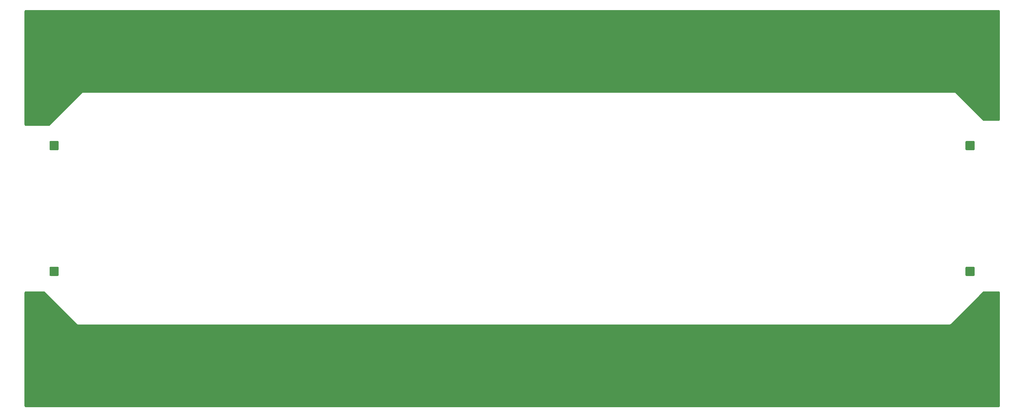
<source format=gtl>
%TF.GenerationSoftware,KiCad,Pcbnew,(5.1.9-0-10_14)*%
%TF.CreationDate,2022-11-18T02:47:43-05:00*%
%TF.ProjectId,5AhG3-18S,35416847-332d-4313-9853-2e6b69636164,rev?*%
%TF.SameCoordinates,Original*%
%TF.FileFunction,Copper,L1,Top*%
%TF.FilePolarity,Positive*%
%FSLAX46Y46*%
G04 Gerber Fmt 4.6, Leading zero omitted, Abs format (unit mm)*
G04 Created by KiCad (PCBNEW (5.1.9-0-10_14)) date 2022-11-18 02:47:43*
%MOMM*%
%LPD*%
G01*
G04 APERTURE LIST*
%TA.AperFunction,NonConductor*%
%ADD10C,0.254000*%
%TD*%
%TA.AperFunction,NonConductor*%
%ADD11C,0.100000*%
%TD*%
G04 APERTURE END LIST*
%TO.P,H1,1*%
%TO.N,/HVDC_POS*%
%TA.AperFunction,ComponentPad*%
G36*
G01*
X359125000Y-118125002D02*
X359125000Y-115874998D01*
G75*
G02*
X359374998Y-115625000I249998J0D01*
G01*
X361625002Y-115625000D01*
G75*
G02*
X361875000Y-115874998I0J-249998D01*
G01*
X361875000Y-118125002D01*
G75*
G02*
X361625002Y-118375000I-249998J0D01*
G01*
X359374998Y-118375000D01*
G75*
G02*
X359125000Y-118125002I0J249998D01*
G01*
G37*
%TD.AperFunction*%
%TD*%
%TO.P,H2,1*%
%TO.N,/HVDC_NEG*%
%TA.AperFunction,ComponentPad*%
G36*
G01*
X359125000Y-156125002D02*
X359125000Y-153874998D01*
G75*
G02*
X359374998Y-153625000I249998J0D01*
G01*
X361625002Y-153625000D01*
G75*
G02*
X361875000Y-153874998I0J-249998D01*
G01*
X361875000Y-156125002D01*
G75*
G02*
X361625002Y-156375000I-249998J0D01*
G01*
X359374998Y-156375000D01*
G75*
G02*
X359125000Y-156125002I0J249998D01*
G01*
G37*
%TD.AperFunction*%
%TD*%
%TO.P,H3,1*%
%TO.N,/HVDC_POS*%
%TA.AperFunction,ComponentPad*%
G36*
G01*
X82625000Y-118125002D02*
X82625000Y-115874998D01*
G75*
G02*
X82874998Y-115625000I249998J0D01*
G01*
X85125002Y-115625000D01*
G75*
G02*
X85375000Y-115874998I0J-249998D01*
G01*
X85375000Y-118125002D01*
G75*
G02*
X85125002Y-118375000I-249998J0D01*
G01*
X82874998Y-118375000D01*
G75*
G02*
X82625000Y-118125002I0J249998D01*
G01*
G37*
%TD.AperFunction*%
%TD*%
%TO.P,H4,1*%
%TO.N,/HVDC_NEG*%
%TA.AperFunction,ComponentPad*%
G36*
G01*
X82625000Y-156125002D02*
X82625000Y-153874998D01*
G75*
G02*
X82874998Y-153625000I249998J0D01*
G01*
X85125002Y-153625000D01*
G75*
G02*
X85375000Y-153874998I0J-249998D01*
G01*
X85375000Y-156125002D01*
G75*
G02*
X85125002Y-156375000I-249998J0D01*
G01*
X82874998Y-156375000D01*
G75*
G02*
X82625000Y-156125002I0J249998D01*
G01*
G37*
%TD.AperFunction*%
%TD*%
D10*
X369096257Y-76140769D02*
X369185955Y-76177923D01*
X369262976Y-76237024D01*
X369322077Y-76314045D01*
X369348000Y-76376629D01*
X369348000Y-109123370D01*
X369322077Y-109185955D01*
X369262976Y-109262976D01*
X369185955Y-109322077D01*
X369096257Y-109359231D01*
X368991672Y-109373000D01*
X364715435Y-109373000D01*
X364610850Y-109359231D01*
X364521155Y-109322078D01*
X364437472Y-109257866D01*
X356236250Y-101056644D01*
X356223760Y-101045691D01*
X356120206Y-100966231D01*
X356091494Y-100949654D01*
X355970904Y-100899704D01*
X355938880Y-100891123D01*
X355809470Y-100874086D01*
X355792893Y-100873000D01*
X92707107Y-100873000D01*
X92690530Y-100874086D01*
X92561120Y-100891123D01*
X92529096Y-100899704D01*
X92408506Y-100949654D01*
X92379794Y-100966231D01*
X92276240Y-101045691D01*
X92263750Y-101056644D01*
X82562528Y-110757866D01*
X82478845Y-110822078D01*
X82389150Y-110859231D01*
X82284565Y-110873000D01*
X78960353Y-110873000D01*
X78810910Y-110843274D01*
X78189090Y-110843274D01*
X78039647Y-110873000D01*
X75508328Y-110873000D01*
X75403743Y-110859231D01*
X75314045Y-110822077D01*
X75237024Y-110762976D01*
X75177923Y-110685955D01*
X75152000Y-110623371D01*
X75152000Y-76376629D01*
X75177923Y-76314045D01*
X75237024Y-76237024D01*
X75314045Y-76177923D01*
X75403743Y-76140769D01*
X75508328Y-76127000D01*
X368991672Y-76127000D01*
X369096257Y-76140769D01*
%TA.AperFunction,NonConductor*%
D11*
G36*
X369096257Y-76140769D02*
G01*
X369185955Y-76177923D01*
X369262976Y-76237024D01*
X369322077Y-76314045D01*
X369348000Y-76376629D01*
X369348000Y-109123370D01*
X369322077Y-109185955D01*
X369262976Y-109262976D01*
X369185955Y-109322077D01*
X369096257Y-109359231D01*
X368991672Y-109373000D01*
X364715435Y-109373000D01*
X364610850Y-109359231D01*
X364521155Y-109322078D01*
X364437472Y-109257866D01*
X356236250Y-101056644D01*
X356223760Y-101045691D01*
X356120206Y-100966231D01*
X356091494Y-100949654D01*
X355970904Y-100899704D01*
X355938880Y-100891123D01*
X355809470Y-100874086D01*
X355792893Y-100873000D01*
X92707107Y-100873000D01*
X92690530Y-100874086D01*
X92561120Y-100891123D01*
X92529096Y-100899704D01*
X92408506Y-100949654D01*
X92379794Y-100966231D01*
X92276240Y-101045691D01*
X92263750Y-101056644D01*
X82562528Y-110757866D01*
X82478845Y-110822078D01*
X82389150Y-110859231D01*
X82284565Y-110873000D01*
X78960353Y-110873000D01*
X78810910Y-110843274D01*
X78189090Y-110843274D01*
X78039647Y-110873000D01*
X75508328Y-110873000D01*
X75403743Y-110859231D01*
X75314045Y-110822077D01*
X75237024Y-110762976D01*
X75177923Y-110685955D01*
X75152000Y-110623371D01*
X75152000Y-76376629D01*
X75177923Y-76314045D01*
X75237024Y-76237024D01*
X75314045Y-76177923D01*
X75403743Y-76140769D01*
X75508328Y-76127000D01*
X368991672Y-76127000D01*
X369096257Y-76140769D01*
G37*
%TD.AperFunction*%
D10*
X78189090Y-161156726D02*
X78810910Y-161156726D01*
X78960353Y-161127000D01*
X80784565Y-161127000D01*
X80889150Y-161140769D01*
X80978845Y-161177922D01*
X81062528Y-161242134D01*
X90763750Y-170943356D01*
X90776240Y-170954309D01*
X90879794Y-171033769D01*
X90908506Y-171050346D01*
X91029096Y-171100296D01*
X91061120Y-171108877D01*
X91190530Y-171125914D01*
X91207107Y-171127000D01*
X354292893Y-171127000D01*
X354309470Y-171125914D01*
X354438880Y-171108877D01*
X354470904Y-171100296D01*
X354591494Y-171050346D01*
X354620206Y-171033769D01*
X354723760Y-170954309D01*
X354736250Y-170943356D01*
X364437472Y-161242134D01*
X364521155Y-161177922D01*
X364610850Y-161140769D01*
X364715435Y-161127000D01*
X365539647Y-161127000D01*
X365689090Y-161156726D01*
X366310910Y-161156726D01*
X366460353Y-161127000D01*
X368991672Y-161127000D01*
X369096257Y-161140769D01*
X369185955Y-161177923D01*
X369262976Y-161237024D01*
X369322077Y-161314045D01*
X369348001Y-161376631D01*
X369348001Y-195623369D01*
X369322077Y-195685955D01*
X369262976Y-195762976D01*
X369185955Y-195822077D01*
X369096257Y-195859231D01*
X368991672Y-195873000D01*
X75508328Y-195873000D01*
X75403743Y-195859231D01*
X75314045Y-195822077D01*
X75237024Y-195762976D01*
X75177923Y-195685955D01*
X75152000Y-195623371D01*
X75152000Y-161376629D01*
X75177923Y-161314045D01*
X75237024Y-161237024D01*
X75314045Y-161177923D01*
X75403743Y-161140769D01*
X75508328Y-161127000D01*
X78039647Y-161127000D01*
X78189090Y-161156726D01*
%TA.AperFunction,NonConductor*%
D11*
G36*
X78189090Y-161156726D02*
G01*
X78810910Y-161156726D01*
X78960353Y-161127000D01*
X80784565Y-161127000D01*
X80889150Y-161140769D01*
X80978845Y-161177922D01*
X81062528Y-161242134D01*
X90763750Y-170943356D01*
X90776240Y-170954309D01*
X90879794Y-171033769D01*
X90908506Y-171050346D01*
X91029096Y-171100296D01*
X91061120Y-171108877D01*
X91190530Y-171125914D01*
X91207107Y-171127000D01*
X354292893Y-171127000D01*
X354309470Y-171125914D01*
X354438880Y-171108877D01*
X354470904Y-171100296D01*
X354591494Y-171050346D01*
X354620206Y-171033769D01*
X354723760Y-170954309D01*
X354736250Y-170943356D01*
X364437472Y-161242134D01*
X364521155Y-161177922D01*
X364610850Y-161140769D01*
X364715435Y-161127000D01*
X365539647Y-161127000D01*
X365689090Y-161156726D01*
X366310910Y-161156726D01*
X366460353Y-161127000D01*
X368991672Y-161127000D01*
X369096257Y-161140769D01*
X369185955Y-161177923D01*
X369262976Y-161237024D01*
X369322077Y-161314045D01*
X369348001Y-161376631D01*
X369348001Y-195623369D01*
X369322077Y-195685955D01*
X369262976Y-195762976D01*
X369185955Y-195822077D01*
X369096257Y-195859231D01*
X368991672Y-195873000D01*
X75508328Y-195873000D01*
X75403743Y-195859231D01*
X75314045Y-195822077D01*
X75237024Y-195762976D01*
X75177923Y-195685955D01*
X75152000Y-195623371D01*
X75152000Y-161376629D01*
X75177923Y-161314045D01*
X75237024Y-161237024D01*
X75314045Y-161177923D01*
X75403743Y-161140769D01*
X75508328Y-161127000D01*
X78039647Y-161127000D01*
X78189090Y-161156726D01*
G37*
%TD.AperFunction*%
M02*

</source>
